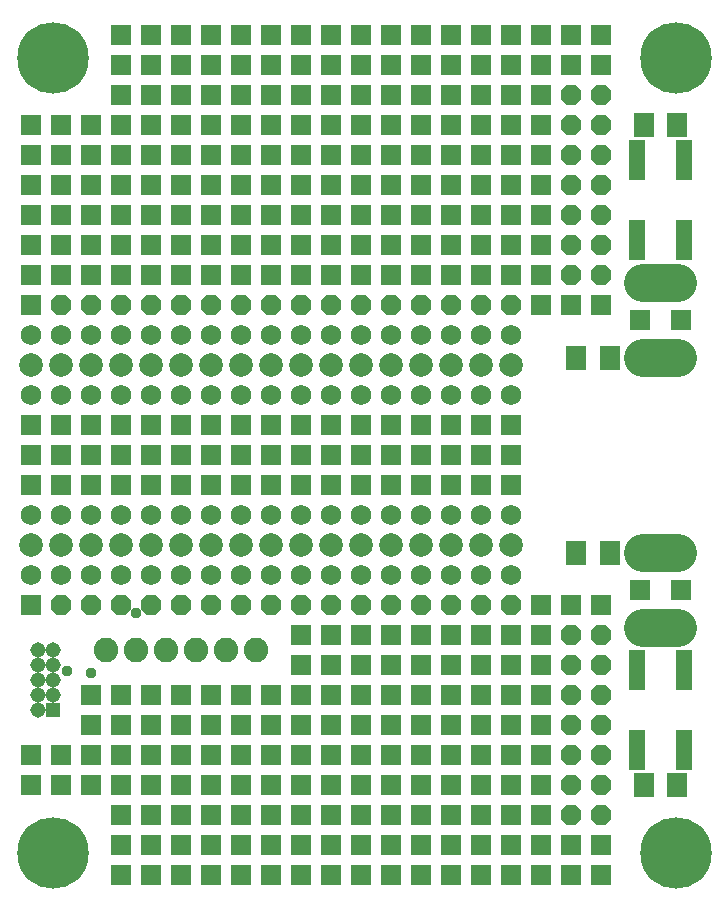
<source format=gts>
G75*
%MOIN*%
%OFA0B0*%
%FSLAX24Y24*%
%IPPOS*%
%LPD*%
%AMOC8*
5,1,8,0,0,1.08239X$1,22.5*
%
%ADD10C,0.0789*%
%ADD11C,0.0682*%
%ADD12R,0.0680X0.0680*%
%ADD13OC8,0.0680*%
%ADD14R,0.0552X0.1340*%
%ADD15R,0.0671X0.0671*%
%ADD16C,0.1265*%
%ADD17R,0.0710X0.0790*%
%ADD18C,0.2380*%
%ADD19R,0.0516X0.0516*%
%ADD20C,0.0516*%
%ADD21C,0.0820*%
%ADD22C,0.0370*%
D10*
X001050Y012050D03*
X002050Y012050D03*
X003050Y012050D03*
X004050Y012050D03*
X005050Y012050D03*
X006050Y012050D03*
X007050Y012050D03*
X008050Y012050D03*
X009050Y012050D03*
X010050Y012050D03*
X011050Y012050D03*
X012050Y012050D03*
X013050Y012050D03*
X014050Y012050D03*
X015050Y012050D03*
X016050Y012050D03*
X017050Y012050D03*
X017050Y018050D03*
X016050Y018050D03*
X015050Y018050D03*
X014050Y018050D03*
X013050Y018050D03*
X012050Y018050D03*
X011050Y018050D03*
X010050Y018050D03*
X009050Y018050D03*
X008050Y018050D03*
X007050Y018050D03*
X006050Y018050D03*
X005050Y018050D03*
X004050Y018050D03*
X003050Y018050D03*
X002050Y018050D03*
X001050Y018050D03*
D11*
X001050Y017050D03*
X002050Y017050D03*
X003050Y017050D03*
X004050Y017050D03*
X005050Y017050D03*
X006050Y017050D03*
X007050Y017050D03*
X008050Y017050D03*
X009050Y017050D03*
X010050Y017050D03*
X011050Y017050D03*
X012050Y017050D03*
X013050Y017050D03*
X014050Y017050D03*
X015050Y017050D03*
X016050Y017050D03*
X017050Y017050D03*
X017050Y019050D03*
X016050Y019050D03*
X015050Y019050D03*
X014050Y019050D03*
X013050Y019050D03*
X012050Y019050D03*
X011050Y019050D03*
X010050Y019050D03*
X009050Y019050D03*
X008050Y019050D03*
X007050Y019050D03*
X006050Y019050D03*
X005050Y019050D03*
X004050Y019050D03*
X003050Y019050D03*
X002050Y019050D03*
X001050Y019050D03*
X001050Y013050D03*
X002050Y013050D03*
X003050Y013050D03*
X004050Y013050D03*
X005050Y013050D03*
X006050Y013050D03*
X007050Y013050D03*
X008050Y013050D03*
X009050Y013050D03*
X010050Y013050D03*
X011050Y013050D03*
X012050Y013050D03*
X013050Y013050D03*
X014050Y013050D03*
X015050Y013050D03*
X016050Y013050D03*
X017050Y013050D03*
X017050Y011050D03*
X016050Y011050D03*
X015050Y011050D03*
X014050Y011050D03*
X013050Y011050D03*
X012050Y011050D03*
X011050Y011050D03*
X010050Y011050D03*
X009050Y011050D03*
X008050Y011050D03*
X007050Y011050D03*
X006050Y011050D03*
X005050Y011050D03*
X004050Y011050D03*
X003050Y011050D03*
X002050Y011050D03*
X001050Y011050D03*
D12*
X001050Y010050D03*
X003050Y007050D03*
X003050Y006050D03*
X003050Y005050D03*
X003050Y004050D03*
X002050Y004050D03*
X002050Y005050D03*
X001050Y005050D03*
X001050Y004050D03*
X004050Y004050D03*
X004050Y003050D03*
X004050Y002050D03*
X004050Y001050D03*
X005050Y001050D03*
X005050Y002050D03*
X005050Y003050D03*
X005050Y004050D03*
X005050Y005050D03*
X005050Y006050D03*
X005050Y007050D03*
X004050Y007050D03*
X004050Y006050D03*
X004050Y005050D03*
X006050Y005050D03*
X006050Y004050D03*
X006050Y003050D03*
X006050Y002050D03*
X006050Y001050D03*
X007050Y001050D03*
X007050Y002050D03*
X007050Y003050D03*
X007050Y004050D03*
X007050Y005050D03*
X007050Y006050D03*
X007050Y007050D03*
X006050Y007050D03*
X006050Y006050D03*
X008050Y006050D03*
X008050Y007050D03*
X009050Y007050D03*
X009050Y006050D03*
X009050Y005050D03*
X009050Y004050D03*
X009050Y003050D03*
X009050Y002050D03*
X009050Y001050D03*
X008050Y001050D03*
X008050Y002050D03*
X008050Y003050D03*
X008050Y004050D03*
X008050Y005050D03*
X010050Y005050D03*
X010050Y004050D03*
X010050Y003050D03*
X010050Y002050D03*
X010050Y001050D03*
X011050Y001050D03*
X011050Y002050D03*
X011050Y003050D03*
X011050Y004050D03*
X011050Y005050D03*
X011050Y006050D03*
X011050Y007050D03*
X011050Y008050D03*
X011050Y009050D03*
X010050Y009050D03*
X010050Y008050D03*
X010050Y007050D03*
X010050Y006050D03*
X012050Y006050D03*
X012050Y007050D03*
X012050Y008050D03*
X012050Y009050D03*
X013050Y009050D03*
X013050Y008050D03*
X013050Y007050D03*
X013050Y006050D03*
X013050Y005050D03*
X013050Y004050D03*
X013050Y003050D03*
X013050Y002050D03*
X013050Y001050D03*
X012050Y001050D03*
X012050Y002050D03*
X012050Y003050D03*
X012050Y004050D03*
X012050Y005050D03*
X014050Y005050D03*
X014050Y004050D03*
X014050Y003050D03*
X014050Y002050D03*
X014050Y001050D03*
X015050Y001050D03*
X015050Y002050D03*
X015050Y003050D03*
X015050Y004050D03*
X015050Y005050D03*
X015050Y006050D03*
X015050Y007050D03*
X015050Y008050D03*
X015050Y009050D03*
X014050Y009050D03*
X014050Y008050D03*
X014050Y007050D03*
X014050Y006050D03*
X016050Y006050D03*
X016050Y007050D03*
X016050Y008050D03*
X016050Y009050D03*
X017050Y009050D03*
X017050Y008050D03*
X017050Y007050D03*
X017050Y006050D03*
X017050Y005050D03*
X017050Y004050D03*
X017050Y003050D03*
X017050Y002050D03*
X017050Y001050D03*
X018050Y001050D03*
X018050Y002050D03*
X018050Y003050D03*
X018050Y004050D03*
X018050Y005050D03*
X018050Y006050D03*
X018050Y007050D03*
X018050Y008050D03*
X018050Y009050D03*
X018050Y010050D03*
X019050Y010050D03*
X020050Y010050D03*
X017050Y014050D03*
X017050Y015050D03*
X017050Y016050D03*
X016050Y016050D03*
X016050Y015050D03*
X016050Y014050D03*
X015050Y014050D03*
X015050Y015050D03*
X015050Y016050D03*
X014050Y016050D03*
X014050Y015050D03*
X014050Y014050D03*
X013050Y014050D03*
X013050Y015050D03*
X013050Y016050D03*
X012050Y016050D03*
X012050Y015050D03*
X012050Y014050D03*
X011050Y014050D03*
X011050Y015050D03*
X011050Y016050D03*
X010050Y016050D03*
X010050Y015050D03*
X010050Y014050D03*
X009050Y014050D03*
X009050Y015050D03*
X009050Y016050D03*
X008050Y016050D03*
X008050Y015050D03*
X008050Y014050D03*
X007050Y014050D03*
X007050Y015050D03*
X007050Y016050D03*
X006050Y016050D03*
X006050Y015050D03*
X006050Y014050D03*
X005050Y014050D03*
X005050Y015050D03*
X005050Y016050D03*
X004050Y016050D03*
X004050Y015050D03*
X004050Y014050D03*
X003050Y014050D03*
X003050Y015050D03*
X003050Y016050D03*
X002050Y016050D03*
X002050Y015050D03*
X002050Y014050D03*
X001050Y014050D03*
X001050Y015050D03*
X001050Y016050D03*
X001050Y020050D03*
X001050Y021050D03*
X001050Y022050D03*
X001050Y023050D03*
X001050Y024050D03*
X001050Y025050D03*
X001050Y026050D03*
X002050Y026050D03*
X002050Y025050D03*
X002050Y024050D03*
X002050Y023050D03*
X002050Y022050D03*
X002050Y021050D03*
X003050Y021050D03*
X003050Y022050D03*
X003050Y023050D03*
X003050Y024050D03*
X003050Y025050D03*
X003050Y026050D03*
X004050Y026050D03*
X004050Y025050D03*
X004050Y024050D03*
X004050Y023050D03*
X004050Y022050D03*
X004050Y021050D03*
X005050Y021050D03*
X005050Y022050D03*
X005050Y023050D03*
X005050Y024050D03*
X005050Y025050D03*
X005050Y026050D03*
X005050Y027050D03*
X005050Y028050D03*
X005050Y029050D03*
X004050Y029050D03*
X004050Y028050D03*
X004050Y027050D03*
X006050Y027050D03*
X006050Y026050D03*
X006050Y025050D03*
X006050Y024050D03*
X006050Y023050D03*
X006050Y022050D03*
X006050Y021050D03*
X007050Y021050D03*
X007050Y022050D03*
X007050Y023050D03*
X007050Y024050D03*
X007050Y025050D03*
X007050Y026050D03*
X007050Y027050D03*
X007050Y028050D03*
X007050Y029050D03*
X006050Y029050D03*
X006050Y028050D03*
X008050Y028050D03*
X008050Y029050D03*
X009050Y029050D03*
X009050Y028050D03*
X009050Y027050D03*
X009050Y026050D03*
X009050Y025050D03*
X009050Y024050D03*
X009050Y023050D03*
X009050Y022050D03*
X009050Y021050D03*
X008050Y021050D03*
X008050Y022050D03*
X008050Y023050D03*
X008050Y024050D03*
X008050Y025050D03*
X008050Y026050D03*
X008050Y027050D03*
X010050Y027050D03*
X010050Y026050D03*
X010050Y025050D03*
X010050Y024050D03*
X010050Y023050D03*
X010050Y022050D03*
X010050Y021050D03*
X011050Y021050D03*
X011050Y022050D03*
X011050Y023050D03*
X011050Y024050D03*
X011050Y025050D03*
X011050Y026050D03*
X011050Y027050D03*
X011050Y028050D03*
X011050Y029050D03*
X010050Y029050D03*
X010050Y028050D03*
X012050Y028050D03*
X012050Y029050D03*
X013050Y029050D03*
X013050Y028050D03*
X013050Y027050D03*
X013050Y026050D03*
X013050Y025050D03*
X013050Y024050D03*
X013050Y023050D03*
X013050Y022050D03*
X013050Y021050D03*
X012050Y021050D03*
X012050Y022050D03*
X012050Y023050D03*
X012050Y024050D03*
X012050Y025050D03*
X012050Y026050D03*
X012050Y027050D03*
X014050Y027050D03*
X014050Y026050D03*
X014050Y025050D03*
X014050Y024050D03*
X014050Y023050D03*
X014050Y022050D03*
X014050Y021050D03*
X015050Y021050D03*
X015050Y022050D03*
X015050Y023050D03*
X015050Y024050D03*
X015050Y025050D03*
X015050Y026050D03*
X015050Y027050D03*
X015050Y028050D03*
X015050Y029050D03*
X014050Y029050D03*
X014050Y028050D03*
X016050Y028050D03*
X016050Y029050D03*
X017050Y029050D03*
X017050Y028050D03*
X017050Y027050D03*
X017050Y026050D03*
X017050Y025050D03*
X017050Y024050D03*
X017050Y023050D03*
X017050Y022050D03*
X017050Y021050D03*
X018050Y021050D03*
X018050Y020050D03*
X019050Y020050D03*
X020050Y020050D03*
X018050Y022050D03*
X018050Y023050D03*
X018050Y024050D03*
X018050Y025050D03*
X018050Y026050D03*
X018050Y027050D03*
X018050Y028050D03*
X018050Y029050D03*
X019050Y029050D03*
X019050Y028050D03*
X020050Y028050D03*
X020050Y029050D03*
X016050Y027050D03*
X016050Y026050D03*
X016050Y025050D03*
X016050Y024050D03*
X016050Y023050D03*
X016050Y022050D03*
X016050Y021050D03*
X016050Y005050D03*
X016050Y004050D03*
X016050Y003050D03*
X016050Y002050D03*
X016050Y001050D03*
X019050Y001050D03*
X019050Y002050D03*
X020050Y002050D03*
X020050Y001050D03*
D13*
X020050Y003050D03*
X020050Y004050D03*
X020050Y005050D03*
X020050Y006050D03*
X020050Y007050D03*
X020050Y008050D03*
X020050Y009050D03*
X019050Y009050D03*
X019050Y008050D03*
X019050Y007050D03*
X019050Y006050D03*
X019050Y005050D03*
X019050Y004050D03*
X019050Y003050D03*
X017050Y010050D03*
X016050Y010050D03*
X015050Y010050D03*
X014050Y010050D03*
X013050Y010050D03*
X012050Y010050D03*
X011050Y010050D03*
X010050Y010050D03*
X009050Y010050D03*
X008050Y010050D03*
X007050Y010050D03*
X006050Y010050D03*
X005050Y010050D03*
X004050Y010050D03*
X003050Y010050D03*
X002050Y010050D03*
X002050Y020050D03*
X003050Y020050D03*
X004050Y020050D03*
X005050Y020050D03*
X006050Y020050D03*
X007050Y020050D03*
X008050Y020050D03*
X009050Y020050D03*
X010050Y020050D03*
X011050Y020050D03*
X012050Y020050D03*
X013050Y020050D03*
X014050Y020050D03*
X015050Y020050D03*
X016050Y020050D03*
X017050Y020050D03*
X019050Y021050D03*
X019050Y022050D03*
X019050Y023050D03*
X019050Y024050D03*
X019050Y025050D03*
X019050Y026050D03*
X019050Y027050D03*
X020050Y027050D03*
X020050Y026050D03*
X020050Y025050D03*
X020050Y024050D03*
X020050Y023050D03*
X020050Y022050D03*
X020050Y021050D03*
D14*
X021263Y022211D03*
X022837Y022211D03*
X022837Y024889D03*
X021263Y024889D03*
X021263Y007889D03*
X022837Y007889D03*
X022837Y005211D03*
X021263Y005211D03*
D15*
X021361Y010550D03*
X022739Y010550D03*
X022739Y019550D03*
X021361Y019550D03*
D16*
X021458Y018300D02*
X022643Y018300D01*
X022643Y020800D02*
X021458Y020800D01*
X021458Y011800D02*
X022643Y011800D01*
X022643Y009300D02*
X021458Y009300D01*
D17*
X020360Y011800D03*
X019240Y011800D03*
X019240Y018300D03*
X020360Y018300D03*
X021490Y026050D03*
X022610Y026050D03*
X022610Y004050D03*
X021490Y004050D03*
D18*
X001800Y001800D03*
X022550Y001800D03*
X022550Y028300D03*
X001800Y028300D03*
D19*
X001800Y006550D03*
D20*
X001800Y007050D03*
X001800Y007550D03*
X001800Y008050D03*
X001800Y008550D03*
X001300Y008550D03*
X001300Y008050D03*
X001300Y007550D03*
X001300Y007050D03*
X001300Y006550D03*
D21*
X003550Y008550D03*
X004550Y008550D03*
X005550Y008550D03*
X006550Y008550D03*
X007550Y008550D03*
X008550Y008550D03*
D22*
X004550Y009800D03*
X003050Y007800D03*
X002250Y007850D03*
M02*

</source>
